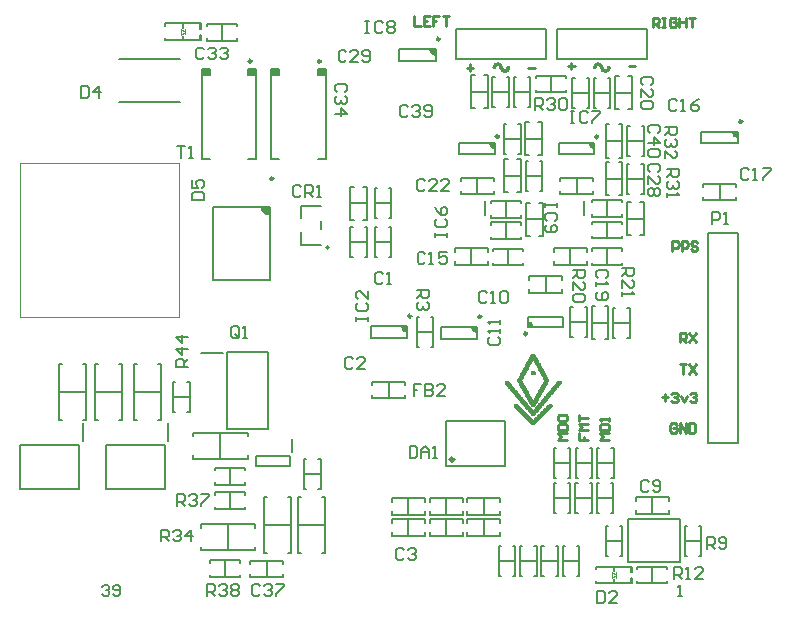
<source format=gto>
G04*
G04 #@! TF.GenerationSoftware,Altium Limited,Altium Designer,20.1.8 (145)*
G04*
G04 Layer_Color=3326705*
%FSLAX44Y44*%
%MOMM*%
G71*
G04*
G04 #@! TF.SameCoordinates,D5C0B3DD-F8AF-49D1-A0DA-DDDA0C0BEC7C*
G04*
G04*
G04 #@! TF.FilePolarity,Positive*
G04*
G01*
G75*
%ADD10C,0.2500*%
%ADD11C,0.2000*%
%ADD12C,0.3000*%
%ADD13C,0.1524*%
%ADD14C,0.1000*%
%ADD15C,0.0508*%
%ADD16C,0.1500*%
%ADD17C,0.2540*%
%ADD18C,0.1800*%
%ADD19R,0.6750X0.5500*%
G36*
X1106463Y632072D02*
Y627072D01*
X1104963D01*
X1101963Y630072D01*
Y632072D01*
X1106463D01*
D02*
G37*
G36*
X1165887Y631568D02*
Y626568D01*
X1164387D01*
X1161387Y629568D01*
Y631568D01*
X1165887D01*
D02*
G37*
G36*
X990600Y733310D02*
Y726440D01*
X986790D01*
X982980Y730250D01*
Y733310D01*
X990600D01*
D02*
G37*
G36*
X1130560Y866640D02*
Y861640D01*
X1129060D01*
X1126060Y864640D01*
Y866640D01*
X1130560D01*
D02*
G37*
G36*
X1208740Y631190D02*
Y635690D01*
X1209740D01*
X1212740Y632690D01*
Y631190D01*
X1208740D01*
D02*
G37*
G36*
X1180756Y786958D02*
Y782458D01*
X1179756D01*
X1176756Y785458D01*
Y786958D01*
X1180756D01*
D02*
G37*
G36*
X1264922D02*
Y782458D01*
X1263922D01*
X1260922Y785458D01*
Y786958D01*
X1264922D01*
D02*
G37*
G36*
X1386560Y796790D02*
Y791790D01*
X1385060D01*
X1382060Y794790D01*
Y796790D01*
X1386560D01*
D02*
G37*
D10*
X1268172Y792458D02*
G03*
X1268172Y792458I-1250J0D01*
G01*
X1134060Y875140D02*
G03*
X1134060Y875140I-1250J0D01*
G01*
X1207990Y625690D02*
G03*
X1207990Y625690I-1250J0D01*
G01*
X1390060Y805290D02*
G03*
X1390060Y805290I-1250J0D01*
G01*
X1169387Y640068D02*
G03*
X1169387Y640068I-1250J0D01*
G01*
X1109963Y640572D02*
G03*
X1109963Y640572I-1250J0D01*
G01*
X1184006Y792458D02*
G03*
X1184006Y792458I-1250J0D01*
G01*
X974885Y856393D02*
G03*
X974885Y856393I-1250J0D01*
G01*
X1033365D02*
G03*
X1033365Y856393I-1250J0D01*
G01*
X993120Y756920D02*
G03*
X993120Y756920I-1250J0D01*
G01*
D11*
X1260922Y786458D02*
G03*
X1264922Y782458I4000J0D01*
G01*
X1126060Y866140D02*
G03*
X1130560Y861640I4500J0D01*
G01*
X1212740Y631690D02*
G03*
X1208740Y635690I-4000J0D01*
G01*
X1382060Y796290D02*
G03*
X1386560Y791790I4500J0D01*
G01*
X1161387Y631068D02*
G03*
X1165887Y626568I4500J0D01*
G01*
X1101963Y631572D02*
G03*
X1106463Y627072I4500J0D01*
G01*
X1176756Y786458D02*
G03*
X1180756Y782458I4000J0D01*
G01*
X982980Y733310D02*
G03*
X989850Y726440I6870J0D01*
G01*
X1386840Y533400D02*
Y711200D01*
X1361440D02*
X1386840D01*
X1361440Y533400D02*
Y711200D01*
Y533400D02*
X1386840D01*
X1264922Y777958D02*
Y786958D01*
X1234922Y777958D02*
Y786958D01*
X1264922D01*
X1234922Y777958D02*
X1264922D01*
X1260922Y786458D02*
Y786958D01*
X1126060Y866140D02*
Y866640D01*
X1130560Y856640D02*
Y866640D01*
X1099560Y856640D02*
Y866640D01*
X1130560D01*
X1099560Y856640D02*
X1130560D01*
X1208740Y631190D02*
Y640190D01*
X1238740Y631190D02*
Y640190D01*
X1208740Y631190D02*
X1238740D01*
X1208740Y640190D02*
X1238740D01*
X1212740Y631190D02*
Y631690D01*
X1176756Y786458D02*
Y786958D01*
X1150756Y777958D02*
X1180756D01*
X1150756Y786958D02*
X1180756D01*
X1150756Y777958D02*
Y786958D01*
X1180756Y777958D02*
Y786958D01*
X1172322Y725873D02*
Y737873D01*
X1355560Y786790D02*
X1386560D01*
X1355560Y796790D02*
X1386560D01*
X1355560Y786790D02*
Y796790D01*
X1386560Y786790D02*
Y796790D01*
X1382060Y796290D02*
Y796790D01*
X1256422Y725873D02*
Y737873D01*
X1037365Y773893D02*
Y849893D01*
X991366Y773893D02*
Y849893D01*
X1030615D02*
X1037365D01*
X1030615Y773893D02*
X1037365D01*
X991366Y849893D02*
X998115D01*
X991366Y773893D02*
X998115D01*
Y844392D02*
Y849893D01*
X991366Y844392D02*
X998115D01*
X1030615D02*
X1037365D01*
X1030615D02*
Y849893D01*
X1309372Y858520D02*
Y883920D01*
X1233172Y858520D02*
X1309372D01*
X1233172D02*
Y883920D01*
X1309372D01*
X1223928Y858520D02*
Y883920D01*
X1147728Y858520D02*
X1223928D01*
X1147728D02*
Y883920D01*
X1223928D01*
X1134887Y621568D02*
X1165887D01*
X1134887Y631568D02*
X1165887D01*
X1134887Y621568D02*
Y631568D01*
X1165887Y621568D02*
Y631568D01*
X1161387Y631068D02*
Y631568D01*
X1337079Y432754D02*
Y468754D01*
X1293079D02*
X1337079D01*
X1293079Y432754D02*
Y468754D01*
Y432754D02*
X1337079D01*
X1101963Y631572D02*
Y632072D01*
X1106463Y622072D02*
Y632072D01*
X1075463Y622072D02*
Y632072D01*
X1106463D01*
X1075463Y622072D02*
X1106463D01*
X931550Y609100D02*
X950550D01*
X954050Y545350D02*
Y610350D01*
Y545350D02*
X989050D01*
Y610350D01*
X954050D02*
X989050D01*
X925334Y538860D02*
Y541860D01*
X971334D01*
Y538860D02*
Y541860D01*
Y519860D02*
Y522860D01*
X925334Y519860D02*
X971334D01*
X925334D02*
Y522860D01*
X948334Y519860D02*
Y541860D01*
X1008890Y525910D02*
Y536410D01*
X978640Y522410D02*
X1007640D01*
X978640Y513910D02*
Y522410D01*
Y513910D02*
X1007640D01*
Y522410D01*
X978885Y773893D02*
Y849893D01*
X932885Y773893D02*
Y849893D01*
X972135D02*
X978885D01*
X972135Y773893D02*
X978885D01*
X932885Y849893D02*
X939635D01*
X932885Y773893D02*
X939635D01*
Y844392D02*
Y849893D01*
X932885Y844392D02*
X939635D01*
X972135D02*
X978885D01*
X972135D02*
Y849893D01*
X978040Y442293D02*
Y445293D01*
X932040Y442293D02*
X978040D01*
X932040D02*
Y445293D01*
Y461293D02*
Y464293D01*
X978040D01*
Y461293D02*
Y464293D01*
X955040Y442293D02*
Y464293D01*
X862098Y822122D02*
X913898D01*
X862098Y858163D02*
X913898D01*
X942340Y671310D02*
Y733310D01*
X990600Y671310D02*
Y733310D01*
X942340Y671310D02*
X990600D01*
X942340Y733310D02*
X990600D01*
X904300Y535080D02*
Y550080D01*
X851300Y531580D02*
X901300D01*
X851300Y494580D02*
Y531580D01*
Y494580D02*
X901300D01*
Y531580D01*
X828710Y494580D02*
Y531580D01*
X778710Y494580D02*
X828710D01*
X778710D02*
Y531580D01*
X828710D01*
X831710Y535080D02*
Y550080D01*
D12*
X1146022Y519081D02*
G03*
X1146022Y519081I-1500J0D01*
G01*
X1271270Y850900D02*
G03*
X1268270Y853900I-3000J0D01*
G01*
X1271270Y850900D02*
G03*
X1274270Y847900I3000J0D01*
G01*
D02*
G03*
X1277270Y850900I0J3000D01*
G01*
X1268270Y853900D02*
G03*
X1265270Y850900I0J-3000D01*
G01*
X1189180Y847900D02*
G03*
X1192180Y850900I0J3000D01*
G01*
X1186180D02*
G03*
X1189180Y847900I3000J0D01*
G01*
X1186180Y850900D02*
G03*
X1183180Y853900I-3000J0D01*
G01*
X1183180D02*
G03*
X1180180Y850900I0J-3000D01*
G01*
X1186180D02*
Y850900D01*
X1268270Y853900D02*
X1268270D01*
D13*
X1040130Y698500D02*
G03*
X1040130Y698500I-1270J0D01*
G01*
X1016635Y701040D02*
Y711383D01*
X1033145Y714217D02*
Y720883D01*
X1016635Y734060D02*
X1033145D01*
X1016635Y723717D02*
Y734060D01*
Y701040D02*
X1033145D01*
X1336040Y403860D02*
X1339002D01*
X1337521D01*
Y412747D01*
X1336040Y411266D01*
X848360D02*
X849841Y412747D01*
X852804D01*
X854285Y411266D01*
Y409785D01*
X852804Y408304D01*
X851322D01*
X852804D01*
X854285Y406822D01*
Y405341D01*
X852804Y403860D01*
X849841D01*
X848360Y405341D01*
X857247D02*
X858728Y403860D01*
X861691D01*
X863172Y405341D01*
Y411266D01*
X861691Y412747D01*
X858728D01*
X857247Y411266D01*
Y409785D01*
X858728Y408304D01*
X863172D01*
D14*
X896276Y599184D02*
G03*
X896276Y600184I0J500D01*
G01*
D02*
G03*
X896276Y599184I0J-500D01*
G01*
D02*
G03*
X896276Y600184I0J500D01*
G01*
X915190Y878880D02*
X918690Y881380D01*
X915190Y878880D02*
Y881380D01*
X918690Y879130D02*
Y881380D01*
Y883630D01*
X915190Y881380D02*
Y883880D01*
X918690Y881380D01*
X1280036Y423961D02*
X1283536Y421461D01*
X1280036D02*
Y423961D01*
X1283536Y421461D02*
Y423712D01*
Y419212D02*
Y421461D01*
X1280036Y418961D02*
Y421461D01*
Y418961D02*
X1283536Y421461D01*
X778976Y640184D02*
X913576D01*
Y770184D01*
X778976D02*
X913576D01*
X778976Y640184D02*
Y770184D01*
D15*
X1200404Y560578D02*
X1204976D01*
X1199896Y561086D02*
X1204468D01*
X1199388Y561594D02*
X1203960D01*
X1198880Y562102D02*
X1203452D01*
X1198372Y562610D02*
X1202944D01*
X1197864Y563118D02*
X1202436D01*
X1197356Y563626D02*
X1201928D01*
X1196848Y564134D02*
X1201420D01*
X1196848Y564642D02*
X1200912D01*
X1196848Y565150D02*
X1200404D01*
X1196848Y565658D02*
X1199896D01*
X1197356Y566166D02*
X1199388D01*
X1200912Y569722D02*
X1204976D01*
X1200404Y570230D02*
X1204976D01*
X1200404Y570738D02*
X1204468D01*
X1199896Y571246D02*
X1203960D01*
X1199388Y571754D02*
X1203452D01*
X1198880Y572262D02*
X1202944D01*
X1198372Y572770D02*
X1202436D01*
X1197864Y573278D02*
X1202436D01*
X1197864Y573786D02*
X1201928D01*
X1197356Y574294D02*
X1201420D01*
X1196848Y574802D02*
X1200912D01*
X1196340Y575310D02*
X1200404D01*
X1195832Y575818D02*
X1199896D01*
X1195324Y576326D02*
X1199896D01*
X1195324Y576834D02*
X1199388D01*
X1194816Y577342D02*
X1198880D01*
X1194308Y577850D02*
X1198372D01*
X1193800Y578358D02*
X1197864D01*
X1193292Y578866D02*
X1197356D01*
X1192784Y579374D02*
X1197356D01*
X1192276Y579882D02*
X1196848D01*
X1192276Y580390D02*
X1196340D01*
X1191768Y580898D02*
X1195832D01*
X1191260Y581406D02*
X1195324D01*
X1190752Y581914D02*
X1194816D01*
X1190244Y582422D02*
X1194816D01*
X1201420Y582930D02*
X1204976D01*
X1189736D02*
X1194308D01*
X1200912Y583438D02*
X1204468D01*
X1189736D02*
X1193800D01*
X1200912Y583946D02*
X1204468D01*
X1189228D02*
X1193292D01*
X1200404Y584454D02*
X1203960D01*
X1189228D02*
X1192784D01*
X1200404Y584962D02*
X1203960D01*
X1189228D02*
X1192276D01*
X1199896Y585470D02*
X1203452D01*
X1189228D02*
X1191768D01*
X1199896Y585978D02*
X1203452D01*
X1189736D02*
X1191768D01*
X1199896Y586486D02*
X1202944D01*
X1199896Y586994D02*
X1203452D01*
X1199896Y587502D02*
X1203452D01*
X1200404Y588010D02*
X1203960D01*
X1200404Y588518D02*
X1204468D01*
X1200912Y589026D02*
X1204468D01*
X1201420Y590042D02*
X1204976D01*
X1211580Y549402D02*
X1214120D01*
X1211072Y549910D02*
X1214628D01*
X1210564Y550418D02*
X1215136D01*
X1210056Y550926D02*
X1215644D01*
X1209548Y551434D02*
X1216152D01*
X1209040Y551942D02*
X1216660D01*
X1208532Y552450D02*
X1217168D01*
X1213104Y552958D02*
X1217676D01*
X1208024D02*
X1212596D01*
X1213612Y553466D02*
X1218184D01*
X1207516D02*
X1212088D01*
X1214120Y553974D02*
X1218692D01*
X1207008D02*
X1211580D01*
X1214628Y554482D02*
X1219200D01*
X1206500D02*
X1211072D01*
X1215136Y554990D02*
X1219708D01*
X1205992D02*
X1210564D01*
X1215644Y555498D02*
X1220216D01*
X1216152Y556006D02*
X1220724D01*
X1216660Y556514D02*
X1221232D01*
X1217168Y557022D02*
X1221740D01*
X1211580D02*
X1214120D01*
X1217676Y557530D02*
X1222248D01*
X1211072D02*
X1214120D01*
X1218184Y558038D02*
X1222756D01*
X1211072D02*
X1214628D01*
X1218692Y558546D02*
X1223264D01*
X1210564D02*
X1215136D01*
X1219200Y559054D02*
X1223772D01*
X1210056D02*
X1215644D01*
X1219708Y559562D02*
X1224280D01*
X1209548D02*
X1216152D01*
X1220216Y560070D02*
X1224788D01*
X1209040D02*
X1216660D01*
X1220724Y560578D02*
X1225296D01*
X1208532D02*
X1217168D01*
X1213104Y561086D02*
X1217168D01*
X1208532D02*
X1212596D01*
X1213612Y561594D02*
X1217676D01*
X1208024D02*
X1212088D01*
X1214120Y562102D02*
X1218184D01*
X1207516D02*
X1211580D01*
X1214628Y562610D02*
X1218692D01*
X1207008D02*
X1211072D01*
X1215136Y563118D02*
X1219200D01*
X1206500D02*
X1210564D01*
X1215136Y563626D02*
X1219708D01*
X1205992D02*
X1210564D01*
X1215644Y564134D02*
X1219708D01*
X1212088D02*
X1213612D01*
X1216152Y564642D02*
X1220216D01*
X1211580D02*
X1214120D01*
X1216660Y565150D02*
X1220724D01*
X1211072D02*
X1214628D01*
X1217168Y565658D02*
X1221232D01*
X1211072D02*
X1214628D01*
X1217676Y566166D02*
X1221740D01*
X1210564D02*
X1215136D01*
X1217676Y566674D02*
X1222248D01*
X1210564D02*
X1215136D01*
X1218184Y567182D02*
X1222248D01*
X1210056D02*
X1215644D01*
X1218692Y567690D02*
X1222756D01*
X1210056D02*
X1215644D01*
X1219200Y568198D02*
X1223264D01*
X1209548D02*
X1216152D01*
X1219708Y568706D02*
X1223772D01*
X1209040D02*
X1216152D01*
X1220216Y569722D02*
X1224788D01*
X1213104D02*
X1217168D01*
X1208532D02*
X1212596D01*
X1220724Y570230D02*
X1224788D01*
X1213612D02*
X1217168D01*
X1208532D02*
X1212088D01*
X1221232Y570738D02*
X1225296D01*
X1214120D02*
X1217676D01*
X1208024D02*
X1211580D01*
X1214120Y571246D02*
X1217676D01*
X1208024D02*
X1211580D01*
X1214628Y571754D02*
X1218184D01*
X1207516D02*
X1211072D01*
X1214628Y572262D02*
X1218184D01*
X1207516D02*
X1211072D01*
X1215136Y572770D02*
X1218692D01*
X1207008D02*
X1210564D01*
X1215136Y573278D02*
X1218692D01*
X1206500D02*
X1210564D01*
X1215644Y573786D02*
X1219200D01*
X1206500D02*
X1210056D01*
X1215644Y574294D02*
X1219708D01*
X1205992D02*
X1209548D01*
X1216152Y574802D02*
X1219708D01*
X1205992D02*
X1209548D01*
X1216660Y575310D02*
X1220216D01*
X1216660Y575818D02*
X1220216D01*
X1217168Y576326D02*
X1220724D01*
X1217168Y576834D02*
X1220724D01*
X1217676Y577342D02*
X1221232D01*
X1217676Y577850D02*
X1221232D01*
X1218184Y578358D02*
X1221740D01*
X1218184Y578866D02*
X1222248D01*
X1218692Y579374D02*
X1222248D01*
X1219200Y579882D02*
X1222756D01*
X1219200Y580390D02*
X1222756D01*
X1219708Y580898D02*
X1223264D01*
X1219708Y581406D02*
X1223264D01*
X1220216Y581914D02*
X1223772D01*
X1220216Y582422D02*
X1223772D01*
X1220724Y582930D02*
X1224280D01*
X1220724Y583438D02*
X1224788D01*
X1221232Y583946D02*
X1224788D01*
X1221740Y584454D02*
X1225296D01*
X1221740Y584962D02*
X1225296D01*
X1221740Y588010D02*
X1225296D01*
X1221232Y588518D02*
X1224788D01*
X1221232Y589026D02*
X1224788D01*
X1220724Y590042D02*
X1224280D01*
X1220216Y590550D02*
X1223772D01*
X1220216Y591058D02*
X1223772D01*
X1219708Y591566D02*
X1223264D01*
X1211072D02*
X1214628D01*
X1219708Y592074D02*
X1223264D01*
X1211072D02*
X1214628D01*
X1219200Y592582D02*
X1222756D01*
X1211072D02*
X1214628D01*
X1218692Y593090D02*
X1222756D01*
X1211072D02*
X1214628D01*
X1218692Y593598D02*
X1222248D01*
X1211072D02*
X1214628D01*
X1218184Y594106D02*
X1222248D01*
X1211580D02*
X1214120D01*
X1218184Y594614D02*
X1221740D01*
X1217676Y595122D02*
X1221232D01*
X1217676Y595630D02*
X1221232D01*
X1217168Y596138D02*
X1220724D01*
X1217168Y596646D02*
X1220724D01*
X1216660Y597154D02*
X1220216D01*
X1216660Y597662D02*
X1220216D01*
X1216152Y598170D02*
X1219708D01*
X1205992D02*
X1209548D01*
X1216152Y598678D02*
X1219708D01*
X1205992D02*
X1209548D01*
X1215644Y599186D02*
X1219200D01*
X1206500D02*
X1210056D01*
X1215136Y599694D02*
X1219200D01*
X1206500D02*
X1210056D01*
X1215136Y600202D02*
X1218692D01*
X1207008D02*
X1210564D01*
X1214628Y600710D02*
X1218692D01*
X1207008D02*
X1210564D01*
X1214628Y601218D02*
X1218184D01*
X1207516D02*
X1211072D01*
X1214120Y601726D02*
X1217676D01*
X1207516D02*
X1211580D01*
X1214120Y602234D02*
X1217676D01*
X1208024D02*
X1211580D01*
X1213612Y602742D02*
X1217168D01*
X1208532D02*
X1212088D01*
X1213612Y603250D02*
X1217168D01*
X1208532D02*
X1212088D01*
X1213104Y603758D02*
X1216660D01*
X1209040D02*
X1212596D01*
X1213104Y604266D02*
X1216660D01*
X1209040D02*
X1212596D01*
X1209548Y604774D02*
X1216152D01*
X1209548Y605282D02*
X1216152D01*
X1210056Y605790D02*
X1215644D01*
X1210056Y606298D02*
X1215644D01*
X1210564Y606806D02*
X1215136D01*
X1210564Y607314D02*
X1215136D01*
X1211072Y607822D02*
X1214628D01*
X1211072Y608330D02*
X1214120D01*
X1211580Y608838D02*
X1214120D01*
X1226312Y566166D02*
X1228344D01*
X1226312Y576834D02*
X1230376D01*
X1226820Y577342D02*
X1230884D01*
X1227328Y577850D02*
X1231392D01*
X1227836Y578358D02*
X1231900D01*
X1228344Y578866D02*
X1232408D01*
X1228344Y579374D02*
X1232916D01*
X1228852Y579882D02*
X1232916D01*
X1229360Y580390D02*
X1233424D01*
X1229868Y580898D02*
X1233932D01*
X1230376Y581406D02*
X1234440D01*
X1230884Y581914D02*
X1234948D01*
X1230884Y582422D02*
X1235456D01*
X1231392Y582930D02*
X1235456D01*
X1231900Y583438D02*
X1235964D01*
X1232408Y583946D02*
X1236472D01*
X1232916Y584454D02*
X1236472D01*
X1233424Y584962D02*
X1236472D01*
X1233424Y585470D02*
X1236472D01*
X1233932Y585978D02*
X1235964D01*
X1201420Y589534D02*
X1204976D01*
X1220216Y569214D02*
X1224280D01*
X1213104D02*
X1216660D01*
X1209040D02*
X1212596D01*
X1220724Y589534D02*
X1224280D01*
X1205484Y555498D02*
X1210056D01*
X1204976Y556006D02*
X1209548D01*
X1204468Y556514D02*
X1209040D01*
X1203960Y557022D02*
X1208532D01*
X1203452Y557530D02*
X1208024D01*
X1202944Y558038D02*
X1207516D01*
X1202436Y558546D02*
X1207008D01*
X1201928Y559054D02*
X1206500D01*
X1201420Y559562D02*
X1205992D01*
X1200912Y560070D02*
X1205484D01*
X1221232Y561086D02*
X1225804D01*
X1221740Y561594D02*
X1226312D01*
X1222248Y562102D02*
X1226820D01*
X1222756Y562610D02*
X1227328D01*
X1223264Y563118D02*
X1227836D01*
X1223772Y563626D02*
X1228344D01*
X1224280Y564134D02*
X1228852D01*
X1205484D02*
X1210056D01*
X1224788Y564642D02*
X1228852D01*
X1205484D02*
X1209548D01*
X1225296Y565150D02*
X1228852D01*
X1204976D02*
X1209040D01*
X1225804Y565658D02*
X1228852D01*
X1204468D02*
X1208532D01*
X1203960Y566166D02*
X1208024D01*
X1203452Y566674D02*
X1208024D01*
X1202944Y567182D02*
X1207516D01*
X1202944Y567690D02*
X1207008D01*
X1202436Y568198D02*
X1206500D01*
X1201928Y568706D02*
X1205992D01*
X1221740Y571246D02*
X1225804D01*
X1222248Y571754D02*
X1226312D01*
X1222756Y572262D02*
X1226820D01*
X1222756Y572770D02*
X1227328D01*
X1223264Y573278D02*
X1227328D01*
X1223772Y573786D02*
X1227836D01*
X1224280Y574294D02*
X1228344D01*
X1224788Y574802D02*
X1228852D01*
X1225296Y575310D02*
X1229360D01*
X1205484D02*
X1209040D01*
X1225296Y575818D02*
X1229868D01*
X1205484D02*
X1209040D01*
X1225804Y576326D02*
X1230376D01*
X1204976D02*
X1208532D01*
X1204976Y576834D02*
X1208532D01*
X1204468Y577342D02*
X1208024D01*
X1203960Y577850D02*
X1208024D01*
X1203960Y578358D02*
X1207516D01*
X1203452Y578866D02*
X1207008D01*
X1203452Y579374D02*
X1207008D01*
X1202944Y579882D02*
X1206500D01*
X1202944Y580390D02*
X1206500D01*
X1202436Y580898D02*
X1205992D01*
X1202436Y581406D02*
X1205992D01*
X1201928Y581914D02*
X1205484D01*
X1201420Y582422D02*
X1205484D01*
X1222248Y585470D02*
X1225804D01*
X1222248Y585978D02*
X1225804D01*
X1222248Y586486D02*
X1225804D01*
X1222248Y586994D02*
X1225804D01*
X1221740Y587502D02*
X1225804D01*
X1201928Y590550D02*
X1205484D01*
X1201928Y591058D02*
X1205484D01*
X1202436Y591566D02*
X1205992D01*
X1202436Y592074D02*
X1205992D01*
X1202944Y592582D02*
X1206500D01*
X1202944Y593090D02*
X1206500D01*
X1203452Y593598D02*
X1207008D01*
X1203452Y594106D02*
X1207008D01*
X1203960Y594614D02*
X1207516D01*
X1203960Y595122D02*
X1208024D01*
X1204468Y595630D02*
X1208024D01*
X1204976Y596138D02*
X1208532D01*
X1204976Y596646D02*
X1208532D01*
X1205484Y597154D02*
X1209040D01*
X1205484Y597662D02*
X1209040D01*
X1201420Y569214D02*
X1205484D01*
D16*
X908352Y585092D02*
X910272D01*
X908352Y559692D02*
Y585092D01*
Y559692D02*
X910272D01*
X920432D02*
X922352D01*
Y585092D01*
X920432D02*
X922352D01*
X908352Y572392D02*
X922352D01*
X1191823Y683464D02*
Y697464D01*
X1179122Y695544D02*
Y697464D01*
X1204522D01*
Y695544D02*
Y697464D01*
Y683464D02*
Y685384D01*
X1179122Y683464D02*
X1204522D01*
X1179122D02*
Y685384D01*
X1275465Y683880D02*
Y697880D01*
X1262765Y695960D02*
Y697880D01*
X1288165D01*
Y695960D02*
Y697880D01*
Y683880D02*
Y685800D01*
X1262765Y683880D02*
X1288165D01*
X1262765D02*
Y685800D01*
X1244422Y683880D02*
Y697880D01*
X1230422Y694880D02*
Y697880D01*
X1258422D01*
Y694880D02*
Y697880D01*
Y683880D02*
Y686880D01*
X1230422Y683880D02*
X1258422D01*
X1230422D02*
Y686880D01*
X1160780Y683880D02*
Y697880D01*
X1146780Y694880D02*
Y697880D01*
X1174780D01*
Y694880D02*
Y697880D01*
Y683880D02*
Y686880D01*
X1146780Y683880D02*
X1174780D01*
X1146780D02*
Y686880D01*
X1288165Y718588D02*
Y720508D01*
X1262765D02*
X1288165D01*
X1262765Y718588D02*
Y720508D01*
Y706508D02*
Y708428D01*
Y706508D02*
X1288165D01*
Y708428D01*
X1275465Y706508D02*
Y720508D01*
X1274672Y756765D02*
X1288672D01*
X1274672Y742765D02*
X1277672D01*
X1274672D02*
Y770765D01*
X1277672D01*
X1285672D02*
X1288672D01*
Y742765D02*
Y770765D01*
X1285672Y742765D02*
X1288672D01*
X1304862Y744065D02*
X1306782D01*
Y769465D01*
X1304862D02*
X1306782D01*
X1292782D02*
X1294702D01*
X1292782Y744065D02*
Y769465D01*
Y744065D02*
X1294702D01*
X1292782Y756765D02*
X1306782D01*
X1264390Y842226D02*
X1266310D01*
X1264390Y816826D02*
Y842226D01*
Y816826D02*
X1266310D01*
X1276470D02*
X1278390D01*
Y842226D01*
X1276470D02*
X1278390D01*
X1264390Y829526D02*
X1278390D01*
X1258428Y816826D02*
X1260348D01*
Y842226D01*
X1258428D02*
X1260348D01*
X1246347D02*
X1248268D01*
X1246347Y816826D02*
Y842226D01*
Y816826D02*
X1248268D01*
X1246347Y829526D02*
X1260348D01*
X1215598Y830146D02*
Y832066D01*
Y830146D02*
X1240997D01*
Y832066D01*
Y842226D02*
Y844146D01*
X1215598D02*
X1240997D01*
X1215598Y842226D02*
Y844146D01*
X1228298Y830146D02*
Y844146D01*
X1274672Y788808D02*
X1288672D01*
X1285672Y802808D02*
X1288672D01*
Y774808D02*
Y802808D01*
X1285672Y774808D02*
X1288672D01*
X1274672D02*
X1277672D01*
X1274672D02*
Y802808D01*
X1277672D01*
X1282436Y829526D02*
X1296436D01*
X1282436Y815526D02*
X1285436D01*
X1282436D02*
Y843526D01*
X1285436D01*
X1293436D02*
X1296436D01*
Y815526D02*
Y843526D01*
X1293436Y815526D02*
X1296436D01*
X1292945Y801508D02*
X1294865D01*
X1292945Y776108D02*
Y801508D01*
Y776108D02*
X1294865D01*
X1305025D02*
X1306945D01*
Y801508D01*
X1305025D02*
X1306945D01*
X1292945Y788808D02*
X1306945D01*
X1256862Y622670D02*
X1258783D01*
Y648070D01*
X1256862D02*
X1258783D01*
X1244782D02*
X1246702D01*
X1244782Y622670D02*
Y648070D01*
Y622670D02*
X1246702D01*
X1244782Y635370D02*
X1258783D01*
X1237740Y671361D02*
Y674361D01*
X1209740D02*
X1237740D01*
X1209740Y671361D02*
Y674361D01*
Y660361D02*
Y663361D01*
Y660361D02*
X1237740D01*
Y663361D01*
X1223740Y660361D02*
Y674361D01*
X1207041Y759589D02*
X1221041D01*
X1207041Y746889D02*
X1208961D01*
X1207041D02*
Y772289D01*
X1208961D01*
X1219121D02*
X1221041D01*
Y746889D02*
Y772289D01*
X1219121Y746889D02*
X1221041D01*
X1202815Y736079D02*
Y737999D01*
X1177415D02*
X1202815D01*
X1177415Y736079D02*
Y737999D01*
Y723999D02*
Y725919D01*
Y723999D02*
X1202815D01*
Y725919D01*
X1190115Y723999D02*
Y737999D01*
X1207157Y736373D02*
X1210157D01*
X1207157Y708373D02*
Y736373D01*
Y708373D02*
X1210157D01*
X1218157D02*
X1221157D01*
Y736373D01*
X1218157D02*
X1221157D01*
X1207157Y722373D02*
X1221157D01*
X1199549Y745589D02*
X1202549D01*
Y773589D01*
X1199549D02*
X1202549D01*
X1188549D02*
X1191549D01*
X1188549Y745589D02*
Y773589D01*
Y745589D02*
X1191549D01*
X1188549Y759589D02*
X1202549D01*
X1069485Y722243D02*
X1072485D01*
Y750243D01*
X1069485D02*
X1072485D01*
X1058485D02*
X1061485D01*
X1058485Y722243D02*
Y750243D01*
Y722243D02*
X1061485D01*
X1058485Y736243D02*
X1072485D01*
X1208835Y817696D02*
X1210755D01*
Y843096D01*
X1208835D02*
X1210755D01*
X1196755D02*
X1198675D01*
X1196755Y817696D02*
Y843096D01*
Y817696D02*
X1198675D01*
X1196755Y830396D02*
X1210755D01*
X1178712Y843096D02*
X1180632D01*
X1178712Y817696D02*
Y843096D01*
Y817696D02*
X1180632D01*
X1190792D02*
X1192712D01*
Y843096D01*
X1190792D02*
X1192712D01*
X1178712Y830396D02*
X1192712D01*
X1188549Y790632D02*
X1202549D01*
X1200629Y803332D02*
X1202549D01*
Y777932D02*
Y803332D01*
X1200629Y777932D02*
X1202549D01*
X1188549D02*
X1190469D01*
X1188549D02*
Y803332D01*
X1190469D01*
X1206591Y790632D02*
X1220591D01*
X1217591Y804632D02*
X1220591D01*
Y776632D02*
Y804632D01*
X1217591Y776632D02*
X1220591D01*
X1206591D02*
X1209591D01*
X1206591D02*
Y804632D01*
X1209591D01*
X1202815Y718037D02*
Y719957D01*
X1177415D02*
X1202815D01*
X1177415Y718037D02*
Y719957D01*
Y705957D02*
Y707877D01*
Y705957D02*
X1202815D01*
Y707877D01*
X1190115Y705957D02*
Y719957D01*
X1151756Y743915D02*
Y746915D01*
Y743915D02*
X1179756D01*
Y746915D01*
Y754915D02*
Y757915D01*
X1151756D02*
X1179756D01*
X1151756Y754915D02*
Y757915D01*
X1165756Y743915D02*
Y757915D01*
X1288165Y736803D02*
Y738723D01*
X1262765D02*
X1288165D01*
X1262765Y736803D02*
Y738723D01*
Y724723D02*
Y726643D01*
Y724723D02*
X1288165D01*
Y726643D01*
X1275465Y724723D02*
Y738723D01*
X1292782Y722924D02*
X1306782D01*
X1303782Y736924D02*
X1306782D01*
Y708924D02*
Y736924D01*
X1303782Y708924D02*
X1306782D01*
X1292782D02*
X1295782D01*
X1292782D02*
Y736924D01*
X1295782D01*
X1249922Y743915D02*
Y757915D01*
X1235922Y754915D02*
Y757915D01*
X1263922D01*
Y754915D02*
Y757915D01*
Y743915D02*
Y746915D01*
X1235922Y743915D02*
X1263922D01*
X1235922D02*
Y746915D01*
X1171670Y816396D02*
X1174670D01*
Y844396D01*
X1171670D02*
X1174670D01*
X1160670D02*
X1163670D01*
X1160670Y816396D02*
Y844396D01*
Y816396D02*
X1163670D01*
X1160670Y830396D02*
X1174670D01*
X1078999Y735954D02*
X1092999D01*
X1078999Y723254D02*
X1080919D01*
X1078999D02*
Y748654D01*
X1080919D01*
X1091079D02*
X1092999D01*
Y723254D02*
Y748654D01*
X1091079Y723254D02*
X1092999D01*
X1314069Y473046D02*
Y487047D01*
X1300069Y484047D02*
Y487047D01*
X1328069D01*
Y484047D02*
Y487047D01*
Y473046D02*
Y476046D01*
X1300069Y473046D02*
X1328069D01*
X1300069D02*
Y476046D01*
X1267204Y529234D02*
X1269124D01*
X1267204Y503834D02*
Y529234D01*
Y503834D02*
X1269124D01*
X1279284D02*
X1281204D01*
Y529234D01*
X1279284D02*
X1281204D01*
X1267204Y516534D02*
X1281204D01*
X1356994Y738705D02*
Y741705D01*
Y738705D02*
X1384993D01*
Y741705D01*
Y749705D02*
Y752705D01*
X1356994D02*
X1384993D01*
X1356994Y749705D02*
Y752705D01*
X1370993Y738705D02*
Y752705D01*
X1341371Y450170D02*
X1355372D01*
X1341371Y437470D02*
X1343291D01*
X1341371D02*
Y462870D01*
X1343291D01*
X1353452D02*
X1355372D01*
Y437470D02*
Y462870D01*
X1353452Y437470D02*
X1355372D01*
X1125421Y454396D02*
Y457396D01*
Y454396D02*
X1153421D01*
Y457396D01*
Y465396D02*
Y468396D01*
X1125421D02*
X1153421D01*
X1125421Y465396D02*
Y468396D01*
X1139421Y454396D02*
Y468396D01*
X1093379Y472438D02*
Y475438D01*
Y472438D02*
X1121379D01*
Y475438D01*
Y483438D02*
Y486438D01*
X1093379D02*
X1121379D01*
X1093379Y483438D02*
Y486438D01*
X1107379Y472438D02*
Y486438D01*
X1267043Y499191D02*
X1268963D01*
X1267043Y473791D02*
Y499191D01*
Y473791D02*
X1268963D01*
X1279123D02*
X1281043D01*
Y499191D01*
X1279123D02*
X1281043D01*
X1267043Y486491D02*
X1281043D01*
X1249161Y529234D02*
X1251081D01*
X1249161Y503834D02*
Y529234D01*
Y503834D02*
X1251081D01*
X1261241D02*
X1263161D01*
Y529234D01*
X1261241D02*
X1263161D01*
X1249161Y516534D02*
X1263161D01*
X1249001Y486281D02*
X1263001D01*
X1261081Y498981D02*
X1263001D01*
Y473581D02*
Y498981D01*
X1261081Y473581D02*
X1263001D01*
X1249001D02*
X1250921D01*
X1249001D02*
Y498981D01*
X1250921D01*
X1230578Y486491D02*
X1244578D01*
X1242658Y499191D02*
X1244578D01*
Y473791D02*
Y499191D01*
X1242658Y473791D02*
X1244578D01*
X1230578D02*
X1232498D01*
X1230578D02*
Y499191D01*
X1232498D01*
X1230578Y529234D02*
X1232498D01*
X1230578Y503834D02*
Y529234D01*
Y503834D02*
X1232498D01*
X1242658D02*
X1244578D01*
Y529234D01*
X1242658D02*
X1244578D01*
X1230578Y516534D02*
X1244578D01*
X1114505Y627072D02*
X1128505D01*
X1114505Y614372D02*
X1116425D01*
X1114505D02*
Y639772D01*
X1116425D01*
X1126585D02*
X1128505D01*
Y614372D02*
Y639772D01*
X1126585Y614372D02*
X1128505D01*
X1079067Y716130D02*
X1080987D01*
X1079067Y690730D02*
Y716130D01*
Y690730D02*
X1080987D01*
X1091147D02*
X1093067D01*
Y716130D01*
X1091147D02*
X1093067D01*
X1079067Y703430D02*
X1093067D01*
X1139522Y514081D02*
Y552081D01*
X1189522D01*
Y514081D02*
Y552081D01*
X1139522Y514081D02*
X1189522D01*
X1104930Y581850D02*
Y584850D01*
X1076930D02*
X1104930D01*
X1076930Y581850D02*
Y584850D01*
Y570850D02*
Y573850D01*
Y570850D02*
X1104930D01*
Y573850D01*
X1090930Y570850D02*
Y584850D01*
X1058485Y703430D02*
X1072485D01*
X1070565Y716130D02*
X1072485D01*
Y690730D02*
Y716130D01*
X1070565Y690730D02*
X1072485D01*
X1058485D02*
X1060405D01*
X1058485D02*
Y716130D01*
X1060405D01*
X1185464Y465396D02*
Y468396D01*
X1157464D02*
X1185464D01*
X1157464Y465396D02*
Y468396D01*
Y454396D02*
Y457396D01*
Y454396D02*
X1185464D01*
Y457396D01*
X1171464Y454396D02*
Y468396D01*
X1107379Y454396D02*
Y468396D01*
X1093379Y465396D02*
Y468396D01*
X1121379D01*
Y465396D02*
Y468396D01*
Y454396D02*
Y457396D01*
X1093379Y454396D02*
X1121379D01*
X1093379D02*
Y457396D01*
X1171464Y472438D02*
Y486438D01*
X1185464Y472438D02*
Y475438D01*
X1157464Y472438D02*
X1185464D01*
X1157464D02*
Y475438D01*
Y483438D02*
Y486438D01*
X1185464D01*
Y483438D02*
Y486438D01*
X969010Y509990D02*
Y511910D01*
X943610D02*
X969010D01*
X943610Y509990D02*
Y511910D01*
Y497910D02*
Y499830D01*
Y497910D02*
X969010D01*
Y499830D01*
X956310Y497910D02*
Y511910D01*
X1184055Y433253D02*
X1198055D01*
X1184055Y420553D02*
X1185975D01*
X1184055D02*
Y445953D01*
X1185975D01*
X1196135D02*
X1198055D01*
Y420553D02*
Y445953D01*
X1196135Y420553D02*
X1198055D01*
X1019160Y519949D02*
X1021080D01*
X1019160Y494549D02*
Y519949D01*
Y494549D02*
X1021080D01*
X1031240D02*
X1033160D01*
Y519949D01*
X1031240D02*
X1033160D01*
X1019160Y507249D02*
X1033160D01*
X1125421Y472438D02*
Y475438D01*
Y472438D02*
X1153421D01*
Y475438D01*
Y483438D02*
Y486438D01*
X1125421D02*
X1153421D01*
X1125421Y483438D02*
Y486438D01*
X1139421Y472438D02*
Y486438D01*
X1232220Y420553D02*
X1234140D01*
Y445953D01*
X1232220D02*
X1234140D01*
X1220140D02*
X1222060D01*
X1220140Y420553D02*
Y445953D01*
Y420553D02*
X1222060D01*
X1220140Y433253D02*
X1234140D01*
X1214178Y420553D02*
X1216098D01*
Y445953D01*
X1214178D02*
X1216098D01*
X1202098D02*
X1204018D01*
X1202098Y420553D02*
Y445953D01*
Y420553D02*
X1204018D01*
X1202098Y433253D02*
X1216098D01*
X1274786Y462718D02*
X1276706D01*
X1274786Y437318D02*
Y462718D01*
Y437318D02*
X1276706D01*
X1286866D02*
X1288786D01*
Y462718D01*
X1286866D02*
X1288786D01*
X1274786Y450018D02*
X1288786D01*
X1326769Y426541D02*
Y428461D01*
X1301369D02*
X1326769D01*
X1301369Y426541D02*
Y428461D01*
Y414462D02*
Y416381D01*
Y414462D02*
X1326769D01*
Y416381D01*
X1314069Y414462D02*
Y428461D01*
X1280868Y635057D02*
X1294868D01*
X1280868Y622357D02*
X1282788D01*
X1280868D02*
Y647757D01*
X1282788D01*
X1292948D02*
X1294868D01*
Y622357D02*
Y647757D01*
X1292948Y622357D02*
X1294868D01*
X1273825Y621057D02*
X1276825D01*
Y649057D01*
X1273825D02*
X1276825D01*
X1262825D02*
X1265825D01*
X1262825Y621057D02*
Y649057D01*
Y621057D02*
X1265825D01*
X1262825Y635057D02*
X1276825D01*
X916940Y884880D02*
Y888380D01*
Y874380D02*
Y877880D01*
X901700Y874380D02*
Y876300D01*
Y874380D02*
X931940D01*
X930910D02*
Y878840D01*
Y883920D02*
Y888380D01*
X901700D02*
X931940D01*
X901700Y886460D02*
Y888380D01*
X930910Y874380D02*
X932180D01*
Y878840D01*
X930910D02*
X932180D01*
X930910Y888380D02*
X932180D01*
Y883920D02*
Y888380D01*
X930910Y883920D02*
X932180D01*
X943610Y477327D02*
Y479248D01*
Y477327D02*
X969010D01*
Y479248D01*
Y489408D02*
Y491328D01*
X943610D02*
X969010D01*
X943610Y489408D02*
Y491328D01*
X956310Y477327D02*
Y491328D01*
X1281786Y414462D02*
Y417962D01*
X1295756Y424002D02*
X1297026D01*
Y428461D01*
X1295756D02*
X1297026D01*
X1295756Y418922D02*
X1297026D01*
Y414462D02*
Y418922D01*
X1295756Y414462D02*
X1297026D01*
X1281786Y424962D02*
Y428461D01*
X1266546Y426541D02*
Y428461D01*
X1296786D01*
X1295756Y424002D02*
Y428461D01*
Y414462D02*
Y418922D01*
X1266546Y414462D02*
X1295786D01*
X1266546D02*
Y416381D01*
X952077Y419740D02*
Y433740D01*
X939378Y431820D02*
Y433740D01*
X964778D01*
Y431820D02*
Y433740D01*
Y419740D02*
Y421660D01*
X939378Y419740D02*
X964778D01*
X939378D02*
Y421660D01*
X1001781Y430563D02*
Y433563D01*
X973781D02*
X1001781D01*
X973781Y430563D02*
Y433563D01*
Y419563D02*
Y422563D01*
Y419563D02*
X1001781D01*
Y422563D01*
X987781Y419563D02*
Y433563D01*
X831710Y552830D02*
X834210D01*
Y600330D01*
X831710D02*
X834210D01*
X811710D02*
X814210D01*
X811710Y552830D02*
Y600330D01*
Y552830D02*
X814210D01*
X811710Y576580D02*
X834210D01*
X875210D02*
X897710D01*
X875210Y552830D02*
X877710D01*
X875210D02*
Y600330D01*
X877710D01*
X895210D02*
X897710D01*
Y552830D02*
Y600330D01*
X895210Y552830D02*
X897710D01*
X1034467Y440167D02*
X1036967D01*
Y487667D01*
X1034467D02*
X1036967D01*
X1014467D02*
X1016967D01*
X1014467Y440167D02*
Y487667D01*
Y440167D02*
X1016967D01*
X1014467Y463917D02*
X1036967D01*
X1005385Y440167D02*
X1007885D01*
Y487667D01*
X1005385D02*
X1007885D01*
X985385D02*
X987885D01*
X985385Y440167D02*
Y487667D01*
Y440167D02*
X987885D01*
X985385Y463917D02*
X1007885D01*
X962148Y885900D02*
Y887820D01*
X936748D02*
X962148D01*
X936748Y885900D02*
Y887820D01*
Y873820D02*
Y875740D01*
Y873820D02*
X962148D01*
Y875740D01*
X949448Y873820D02*
Y887820D01*
X1250263Y420686D02*
X1252183D01*
Y446086D01*
X1250263D02*
X1252183D01*
X1238183D02*
X1240103D01*
X1238183Y420686D02*
Y446086D01*
Y420686D02*
X1240103D01*
X1238183Y433386D02*
X1252183D01*
X842190Y576580D02*
X864690D01*
X842190Y552830D02*
X844690D01*
X842190D02*
Y600330D01*
X844690D01*
X862190D02*
X864690D01*
Y552830D02*
Y600330D01*
X862190Y552830D02*
X864690D01*
D17*
X1277620Y535940D02*
X1269623D01*
X1272288Y538606D01*
X1269623Y541272D01*
X1277620D01*
X1269623Y543937D02*
X1277620D01*
Y547936D01*
X1276287Y549269D01*
X1270956D01*
X1269623Y547936D01*
Y543937D01*
X1277620Y551935D02*
Y554601D01*
Y553268D01*
X1269623D01*
X1270956Y551935D01*
X1251843Y541272D02*
Y535940D01*
X1255841D01*
Y538606D01*
Y535940D01*
X1259840D01*
Y543937D02*
X1251843D01*
X1254508Y546603D01*
X1251843Y549269D01*
X1259840D01*
X1251843Y551935D02*
Y557266D01*
Y554601D01*
X1259840D01*
X1242060Y535940D02*
X1234063D01*
X1236728Y538606D01*
X1234063Y541272D01*
X1242060D01*
X1234063Y543937D02*
X1242060D01*
Y547936D01*
X1240727Y549269D01*
X1235396D01*
X1234063Y547936D01*
Y543937D01*
X1235396Y551935D02*
X1234063Y553268D01*
Y555934D01*
X1235396Y557266D01*
X1240727D01*
X1242060Y555934D01*
Y553268D01*
X1240727Y551935D01*
X1235396D01*
X1337310Y599817D02*
X1342642D01*
X1339976D01*
Y591820D01*
X1345307Y599817D02*
X1350639Y591820D01*
Y599817D02*
X1345307Y591820D01*
X1337310Y618490D02*
Y626487D01*
X1341309D01*
X1342642Y625154D01*
Y622489D01*
X1341309Y621156D01*
X1337310D01*
X1339976D02*
X1342642Y618490D01*
X1345307Y626487D02*
X1350639Y618490D01*
Y626487D02*
X1345307Y618490D01*
X1334562Y548555D02*
X1333229Y549888D01*
X1330563D01*
X1329230Y548555D01*
Y543224D01*
X1330563Y541891D01*
X1333229D01*
X1334562Y543224D01*
Y545889D01*
X1331896D01*
X1337228Y541891D02*
Y549888D01*
X1342559Y541891D01*
Y549888D01*
X1345225D02*
Y541891D01*
X1349224D01*
X1350557Y543224D01*
Y548555D01*
X1349224Y549888D01*
X1345225D01*
X1322070Y571689D02*
X1327402D01*
X1324736Y574355D02*
Y569023D01*
X1330067Y574355D02*
X1331400Y575687D01*
X1334066D01*
X1335399Y574355D01*
Y573022D01*
X1334066Y571689D01*
X1332733D01*
X1334066D01*
X1335399Y570356D01*
Y569023D01*
X1334066Y567690D01*
X1331400D01*
X1330067Y569023D01*
X1338065Y573022D02*
X1340731Y567690D01*
X1343396Y573022D01*
X1346062Y574355D02*
X1347395Y575687D01*
X1350061D01*
X1351394Y574355D01*
Y573022D01*
X1350061Y571689D01*
X1348728D01*
X1350061D01*
X1351394Y570356D01*
Y569023D01*
X1350061Y567690D01*
X1347395D01*
X1346062Y569023D01*
X1330960Y695960D02*
Y703957D01*
X1334959D01*
X1336292Y702625D01*
Y699959D01*
X1334959Y698626D01*
X1330960D01*
X1338957Y695960D02*
Y703957D01*
X1342956D01*
X1344289Y702625D01*
Y699959D01*
X1342956Y698626D01*
X1338957D01*
X1352286Y702625D02*
X1350954Y703957D01*
X1348288D01*
X1346955Y702625D01*
Y701292D01*
X1348288Y699959D01*
X1350954D01*
X1352286Y698626D01*
Y697293D01*
X1350954Y695960D01*
X1348288D01*
X1346955Y697293D01*
X1314303Y885190D02*
Y893187D01*
X1318302D01*
X1319634Y891854D01*
Y889189D01*
X1318302Y887856D01*
X1314303D01*
X1316969D02*
X1319634Y885190D01*
X1322300Y893187D02*
X1324966D01*
X1323633D01*
Y885190D01*
X1322300D01*
X1324966D01*
X1334296Y891854D02*
X1332964Y893187D01*
X1330298D01*
X1328965Y891854D01*
Y886523D01*
X1330298Y885190D01*
X1332964D01*
X1334296Y886523D01*
Y889189D01*
X1331631D01*
X1336962Y893187D02*
Y885190D01*
Y889189D01*
X1342294D01*
Y893187D01*
Y885190D01*
X1344960Y893187D02*
X1350291D01*
X1347625D01*
Y885190D01*
X1112520Y894457D02*
Y886460D01*
X1117852D01*
X1125849Y894457D02*
X1120517D01*
Y886460D01*
X1125849D01*
X1120517Y890459D02*
X1123183D01*
X1133846Y894457D02*
X1128515D01*
Y890459D01*
X1131181D01*
X1128515D01*
Y886460D01*
X1136512Y894457D02*
X1141844D01*
X1139178D01*
Y886460D01*
X1242939Y852179D02*
X1248270D01*
X1245605Y854844D02*
Y849513D01*
X1294130Y852170D02*
X1299462D01*
X1156970Y851026D02*
X1162302D01*
X1159636Y853692D02*
Y848360D01*
X1209040Y850900D02*
X1214372D01*
D18*
X920668Y597541D02*
X910672D01*
Y602539D01*
X912338Y604206D01*
X915670D01*
X917336Y602539D01*
Y597541D01*
Y600873D02*
X920668Y604206D01*
Y612536D02*
X910672D01*
X915670Y607538D01*
Y614202D01*
X920668Y622533D02*
X910672D01*
X915670Y617534D01*
Y624199D01*
X1364935Y718902D02*
Y728898D01*
X1369934D01*
X1371600Y727232D01*
Y723900D01*
X1369934Y722234D01*
X1364935D01*
X1374932Y718902D02*
X1378264D01*
X1376598D01*
Y728898D01*
X1374932Y727232D01*
X1233088Y736396D02*
Y733064D01*
Y734730D01*
X1223092D01*
Y736396D01*
Y733064D01*
X1231422Y721401D02*
X1233088Y723067D01*
Y726399D01*
X1231422Y728065D01*
X1224758D01*
X1223092Y726399D01*
Y723067D01*
X1224758Y721401D01*
Y718068D02*
X1223092Y716402D01*
Y713070D01*
X1224758Y711404D01*
X1231422D01*
X1233088Y713070D01*
Y716402D01*
X1231422Y718068D01*
X1229756D01*
X1228090Y716402D01*
Y711404D01*
X1130382Y707594D02*
Y710926D01*
Y709260D01*
X1140378D01*
Y707594D01*
Y710926D01*
X1132048Y722589D02*
X1130382Y720923D01*
Y717591D01*
X1132048Y715925D01*
X1138712D01*
X1140378Y717591D01*
Y720923D01*
X1138712Y722589D01*
X1130382Y732586D02*
X1132048Y729254D01*
X1135380Y725921D01*
X1138712D01*
X1140378Y727588D01*
Y730920D01*
X1138712Y732586D01*
X1137046D01*
X1135380Y730920D01*
Y725921D01*
X1324692Y800729D02*
X1334688D01*
Y795731D01*
X1333022Y794064D01*
X1329690D01*
X1328024Y795731D01*
Y800729D01*
Y797397D02*
X1324692Y794064D01*
X1333022Y790732D02*
X1334688Y789066D01*
Y785734D01*
X1333022Y784068D01*
X1331356D01*
X1329690Y785734D01*
Y787400D01*
Y785734D01*
X1328024Y784068D01*
X1326358D01*
X1324692Y785734D01*
Y789066D01*
X1326358Y790732D01*
X1324692Y774071D02*
Y780735D01*
X1331356Y774071D01*
X1333022D01*
X1334688Y775737D01*
Y779069D01*
X1333022Y780735D01*
X1326322Y765100D02*
X1336319D01*
Y760101D01*
X1334653Y758435D01*
X1331320D01*
X1329654Y760101D01*
Y765100D01*
Y761767D02*
X1326322Y758435D01*
X1334653Y755103D02*
X1336319Y753437D01*
Y750104D01*
X1334653Y748438D01*
X1332987D01*
X1331320Y750104D01*
Y751771D01*
Y750104D01*
X1329654Y748438D01*
X1327988D01*
X1326322Y750104D01*
Y753437D01*
X1327988Y755103D01*
X1326322Y745106D02*
Y741774D01*
Y743440D01*
X1336319D01*
X1334653Y745106D01*
X1214761Y815422D02*
Y825418D01*
X1219759D01*
X1221425Y823752D01*
Y820420D01*
X1219759Y818754D01*
X1214761D01*
X1218093D02*
X1221425Y815422D01*
X1224758Y823752D02*
X1226424Y825418D01*
X1229756D01*
X1231422Y823752D01*
Y822086D01*
X1229756Y820420D01*
X1228090D01*
X1229756D01*
X1231422Y818754D01*
Y817088D01*
X1229756Y815422D01*
X1226424D01*
X1224758Y817088D01*
X1234754Y823752D02*
X1236421Y825418D01*
X1239753D01*
X1241419Y823752D01*
Y817088D01*
X1239753Y815422D01*
X1236421D01*
X1234754Y817088D01*
Y823752D01*
X1070814Y890188D02*
X1074146D01*
X1072480D01*
Y880192D01*
X1070814D01*
X1074146D01*
X1085809Y888522D02*
X1084143Y890188D01*
X1080811D01*
X1079145Y888522D01*
Y881858D01*
X1080811Y880192D01*
X1084143D01*
X1085809Y881858D01*
X1089141Y888522D02*
X1090808Y890188D01*
X1094140D01*
X1095806Y888522D01*
Y886856D01*
X1094140Y885190D01*
X1095806Y883524D01*
Y881858D01*
X1094140Y880192D01*
X1090808D01*
X1089141Y881858D01*
Y883524D01*
X1090808Y885190D01*
X1089141Y886856D01*
Y888522D01*
X1090808Y885190D02*
X1094140D01*
X1244804Y813988D02*
X1248136D01*
X1246470D01*
Y803992D01*
X1244804D01*
X1248136D01*
X1259799Y812322D02*
X1258133Y813988D01*
X1254801D01*
X1253135Y812322D01*
Y805658D01*
X1254801Y803992D01*
X1258133D01*
X1259799Y805658D01*
X1263131Y813988D02*
X1269796D01*
Y812322D01*
X1263131Y805658D01*
Y803992D01*
X1319052Y795334D02*
X1320718Y797001D01*
Y800333D01*
X1319052Y801999D01*
X1312388D01*
X1310722Y800333D01*
Y797001D01*
X1312388Y795334D01*
X1310722Y787004D02*
X1320718D01*
X1315720Y792002D01*
Y785338D01*
X1319052Y782005D02*
X1320718Y780339D01*
Y777007D01*
X1319052Y775341D01*
X1312388D01*
X1310722Y777007D01*
Y780339D01*
X1312388Y782005D01*
X1319052D01*
X1107125Y817402D02*
X1105459Y819068D01*
X1102127D01*
X1100461Y817402D01*
Y810738D01*
X1102127Y809072D01*
X1105459D01*
X1107125Y810738D01*
X1110458Y817402D02*
X1112124Y819068D01*
X1115456D01*
X1117122Y817402D01*
Y815736D01*
X1115456Y814070D01*
X1113790D01*
X1115456D01*
X1117122Y812404D01*
Y810738D01*
X1115456Y809072D01*
X1112124D01*
X1110458Y810738D01*
X1120454D02*
X1122121Y809072D01*
X1125453D01*
X1127119Y810738D01*
Y817402D01*
X1125453Y819068D01*
X1122121D01*
X1120454Y817402D01*
Y815736D01*
X1122121Y814070D01*
X1127119D01*
X1055055Y864392D02*
X1053389Y866058D01*
X1050057D01*
X1048391Y864392D01*
Y857728D01*
X1050057Y856062D01*
X1053389D01*
X1055055Y857728D01*
X1065052Y856062D02*
X1058388D01*
X1065052Y862726D01*
Y864392D01*
X1063386Y866058D01*
X1060054D01*
X1058388Y864392D01*
X1068384Y857728D02*
X1070051Y856062D01*
X1073383D01*
X1075049Y857728D01*
Y864392D01*
X1073383Y866058D01*
X1070051D01*
X1068384Y864392D01*
Y862726D01*
X1070051Y861060D01*
X1075049D01*
X1319052Y762315D02*
X1320718Y763981D01*
Y767313D01*
X1319052Y768979D01*
X1312388D01*
X1310722Y767313D01*
Y763981D01*
X1312388Y762315D01*
X1310722Y752318D02*
Y758982D01*
X1317386Y752318D01*
X1319052D01*
X1320718Y753984D01*
Y757316D01*
X1319052Y758982D01*
Y748985D02*
X1320718Y747319D01*
Y743987D01*
X1319052Y742321D01*
X1317386D01*
X1315720Y743987D01*
X1314054Y742321D01*
X1312388D01*
X1310722Y743987D01*
Y747319D01*
X1312388Y748985D01*
X1314054D01*
X1315720Y747319D01*
X1317386Y748985D01*
X1319052D01*
X1315720Y747319D02*
Y743987D01*
X1312702Y835975D02*
X1314368Y837641D01*
Y840973D01*
X1312702Y842639D01*
X1306038D01*
X1304372Y840973D01*
Y837641D01*
X1306038Y835975D01*
X1304372Y825978D02*
Y832642D01*
X1311036Y825978D01*
X1312702D01*
X1314368Y827644D01*
Y830976D01*
X1312702Y832642D01*
Y822645D02*
X1314368Y820979D01*
Y817647D01*
X1312702Y815981D01*
X1306038D01*
X1304372Y817647D01*
Y820979D01*
X1306038Y822645D01*
X1312702D01*
X1121928Y692942D02*
X1120262Y694608D01*
X1116930D01*
X1115264Y692942D01*
Y686278D01*
X1116930Y684612D01*
X1120262D01*
X1121928Y686278D01*
X1125261Y684612D02*
X1128593D01*
X1126927D01*
Y694608D01*
X1125261Y692942D01*
X1140256Y694608D02*
X1133592D01*
Y689610D01*
X1136924Y691276D01*
X1138590D01*
X1140256Y689610D01*
Y686278D01*
X1138590Y684612D01*
X1135258D01*
X1133592Y686278D01*
X1108477Y530778D02*
Y520782D01*
X1113475D01*
X1115142Y522448D01*
Y529112D01*
X1113475Y530778D01*
X1108477D01*
X1118474Y520782D02*
Y527446D01*
X1121806Y530778D01*
X1125138Y527446D01*
Y520782D01*
Y525780D01*
X1118474D01*
X1128471Y520782D02*
X1131803D01*
X1130137D01*
Y530778D01*
X1128471Y529112D01*
X1118556Y582848D02*
X1111891D01*
Y577850D01*
X1115223D01*
X1111891D01*
Y572852D01*
X1121888Y582848D02*
Y572852D01*
X1126886D01*
X1128552Y574518D01*
Y576184D01*
X1126886Y577850D01*
X1121888D01*
X1126886D01*
X1128552Y579516D01*
Y581182D01*
X1126886Y582848D01*
X1121888D01*
X1138549Y572852D02*
X1131885D01*
X1138549Y579516D01*
Y581182D01*
X1136883Y582848D01*
X1133551D01*
X1131885Y581182D01*
X1274521Y672785D02*
X1276187Y674452D01*
Y677784D01*
X1274521Y679450D01*
X1267856D01*
X1266190Y677784D01*
Y674452D01*
X1267856Y672785D01*
X1266190Y669453D02*
Y666121D01*
Y667787D01*
X1276187D01*
X1274521Y669453D01*
X1267856Y661123D02*
X1266190Y659456D01*
Y656124D01*
X1267856Y654458D01*
X1274521D01*
X1276187Y656124D01*
Y659456D01*
X1274521Y661123D01*
X1272855D01*
X1271188Y659456D01*
Y654458D01*
X1288789Y681262D02*
X1298786D01*
Y676263D01*
X1297119Y674597D01*
X1293787D01*
X1292121Y676263D01*
Y681262D01*
Y677929D02*
X1288789Y674597D01*
Y664600D02*
Y671265D01*
X1295453Y664600D01*
X1297119D01*
X1298786Y666266D01*
Y669599D01*
X1297119Y671265D01*
X1288789Y661268D02*
Y657936D01*
Y659602D01*
X1298786D01*
X1297119Y661268D01*
X1115142Y662381D02*
X1125138D01*
Y657382D01*
X1123472Y655716D01*
X1120140D01*
X1118474Y657382D01*
Y662381D01*
Y659048D02*
X1115142Y655716D01*
X1123472Y652384D02*
X1125138Y650718D01*
Y647385D01*
X1123472Y645719D01*
X1121806D01*
X1120140Y647385D01*
Y649052D01*
Y647385D01*
X1118474Y645719D01*
X1116808D01*
X1115142Y647385D01*
Y650718D01*
X1116808Y652384D01*
X1086164Y676351D02*
X1084498Y678017D01*
X1081166D01*
X1079500Y676351D01*
Y669686D01*
X1081166Y668020D01*
X1084498D01*
X1086164Y669686D01*
X1089497Y668020D02*
X1092829D01*
X1091163D01*
Y678017D01*
X1089497Y676351D01*
X1060764Y603961D02*
X1059098Y605627D01*
X1055766D01*
X1054100Y603961D01*
Y597296D01*
X1055766Y595630D01*
X1059098D01*
X1060764Y597296D01*
X1070761Y595630D02*
X1064097D01*
X1070761Y602295D01*
Y603961D01*
X1069095Y605627D01*
X1065763D01*
X1064097Y603961D01*
X1103944Y442671D02*
X1102278Y444337D01*
X1098946D01*
X1097280Y442671D01*
Y436006D01*
X1098946Y434340D01*
X1102278D01*
X1103944Y436006D01*
X1107277Y442671D02*
X1108943Y444337D01*
X1112275D01*
X1113941Y442671D01*
Y441004D01*
X1112275Y439338D01*
X1110609D01*
X1112275D01*
X1113941Y437672D01*
Y436006D01*
X1112275Y434340D01*
X1108943D01*
X1107277Y436006D01*
X1310954Y499821D02*
X1309288Y501487D01*
X1305956D01*
X1304290Y499821D01*
Y493156D01*
X1305956Y491490D01*
X1309288D01*
X1310954Y493156D01*
X1314287D02*
X1315953Y491490D01*
X1319285D01*
X1320951Y493156D01*
Y499821D01*
X1319285Y501487D01*
X1315953D01*
X1314287Y499821D01*
Y498154D01*
X1315953Y496488D01*
X1320951D01*
X1173794Y659841D02*
X1172128Y661507D01*
X1168796D01*
X1167130Y659841D01*
Y653176D01*
X1168796Y651510D01*
X1172128D01*
X1173794Y653176D01*
X1177127Y651510D02*
X1180459D01*
X1178793D01*
Y661507D01*
X1177127Y659841D01*
X1185457D02*
X1187124Y661507D01*
X1190456D01*
X1192122Y659841D01*
Y653176D01*
X1190456Y651510D01*
X1187124D01*
X1185457Y653176D01*
Y659841D01*
X1176579Y622615D02*
X1174913Y620948D01*
Y617616D01*
X1176579Y615950D01*
X1183244D01*
X1184910Y617616D01*
Y620948D01*
X1183244Y622615D01*
X1184910Y625947D02*
Y629279D01*
Y627613D01*
X1174913D01*
X1176579Y625947D01*
X1184910Y634277D02*
Y637610D01*
Y635944D01*
X1174913D01*
X1176579Y634277D01*
X934462Y866328D02*
X932796Y867994D01*
X929464D01*
X927797Y866328D01*
Y859664D01*
X929464Y857998D01*
X932796D01*
X934462Y859664D01*
X937794Y866328D02*
X939461Y867994D01*
X942793D01*
X944459Y866328D01*
Y864662D01*
X942793Y862996D01*
X941127D01*
X942793D01*
X944459Y861330D01*
Y859664D01*
X942793Y857998D01*
X939461D01*
X937794Y859664D01*
X947791Y866328D02*
X949457Y867994D01*
X952790D01*
X954456Y866328D01*
Y864662D01*
X952790Y862996D01*
X951123D01*
X952790D01*
X954456Y861330D01*
Y859664D01*
X952790Y857998D01*
X949457D01*
X947791Y859664D01*
X1053541Y830266D02*
X1055207Y831932D01*
Y835264D01*
X1053541Y836930D01*
X1046876D01*
X1045210Y835264D01*
Y831932D01*
X1046876Y830266D01*
X1053541Y826933D02*
X1055207Y825267D01*
Y821935D01*
X1053541Y820269D01*
X1051874D01*
X1050208Y821935D01*
Y823601D01*
Y821935D01*
X1048542Y820269D01*
X1046876D01*
X1045210Y821935D01*
Y825267D01*
X1046876Y826933D01*
X1045210Y811938D02*
X1055207D01*
X1050208Y816936D01*
Y810272D01*
X1335085Y822401D02*
X1333418Y824067D01*
X1330086D01*
X1328420Y822401D01*
Y815736D01*
X1330086Y814070D01*
X1333418D01*
X1335085Y815736D01*
X1338417Y814070D02*
X1341749D01*
X1340083D01*
Y824067D01*
X1338417Y822401D01*
X1353412Y824067D02*
X1350080Y822401D01*
X1346747Y819068D01*
Y815736D01*
X1348414Y814070D01*
X1351746D01*
X1353412Y815736D01*
Y817402D01*
X1351746Y819068D01*
X1346747D01*
X1396044Y763981D02*
X1394378Y765647D01*
X1391046D01*
X1389380Y763981D01*
Y757316D01*
X1391046Y755650D01*
X1394378D01*
X1396044Y757316D01*
X1399377Y755650D02*
X1402709D01*
X1401043D01*
Y765647D01*
X1399377Y763981D01*
X1407707Y765647D02*
X1414372D01*
Y763981D01*
X1407707Y757316D01*
Y755650D01*
X1121762Y754677D02*
X1120096Y756343D01*
X1116763D01*
X1115097Y754677D01*
Y748012D01*
X1116763Y746346D01*
X1120096D01*
X1121762Y748012D01*
X1131758Y746346D02*
X1125094D01*
X1131758Y753011D01*
Y754677D01*
X1130092Y756343D01*
X1126760D01*
X1125094Y754677D01*
X1141755Y746346D02*
X1135091D01*
X1141755Y753011D01*
Y754677D01*
X1140089Y756343D01*
X1136757D01*
X1135091Y754677D01*
X1016569Y750011D02*
X1014902Y751677D01*
X1011570D01*
X1009904Y750011D01*
Y743346D01*
X1011570Y741680D01*
X1014902D01*
X1016569Y743346D01*
X1019901Y741680D02*
Y751677D01*
X1024899D01*
X1026565Y750011D01*
Y746678D01*
X1024899Y745012D01*
X1019901D01*
X1023233D02*
X1026565Y741680D01*
X1029898D02*
X1033230D01*
X1031564D01*
Y751677D01*
X1029898Y750011D01*
X1267460Y407507D02*
Y397510D01*
X1272458D01*
X1274125Y399176D01*
Y405841D01*
X1272458Y407507D01*
X1267460D01*
X1284121Y397510D02*
X1277457D01*
X1284121Y404174D01*
Y405841D01*
X1282455Y407507D01*
X1279123D01*
X1277457Y405841D01*
X924723Y739140D02*
X934720D01*
Y744138D01*
X933054Y745805D01*
X926389D01*
X924723Y744138D01*
Y739140D01*
Y755801D02*
Y749137D01*
X929722D01*
X928055Y752469D01*
Y754135D01*
X929722Y755801D01*
X933054D01*
X934720Y754135D01*
Y750803D01*
X933054Y749137D01*
X1063130Y636708D02*
Y640041D01*
Y638374D01*
X1073127D01*
Y636708D01*
Y640041D01*
X1064796Y651703D02*
X1063130Y650037D01*
Y646705D01*
X1064796Y645039D01*
X1071461D01*
X1073127Y646705D01*
Y650037D01*
X1071461Y651703D01*
X1073127Y661700D02*
Y655036D01*
X1066462Y661700D01*
X1064796D01*
X1063130Y660034D01*
Y656702D01*
X1064796Y655036D01*
X1332230Y417830D02*
Y427827D01*
X1337228D01*
X1338895Y426161D01*
Y422828D01*
X1337228Y421162D01*
X1332230D01*
X1335562D02*
X1338895Y417830D01*
X1342227D02*
X1345559D01*
X1343893D01*
Y427827D01*
X1342227Y426161D01*
X1357222Y417830D02*
X1350557D01*
X1357222Y424495D01*
Y426161D01*
X1355556Y427827D01*
X1352224D01*
X1350557Y426161D01*
X898476Y449804D02*
Y459800D01*
X903475D01*
X905141Y458134D01*
Y454802D01*
X903475Y453136D01*
X898476D01*
X901808D02*
X905141Y449804D01*
X908473Y458134D02*
X910139Y459800D01*
X913471D01*
X915137Y458134D01*
Y456468D01*
X913471Y454802D01*
X911805D01*
X913471D01*
X915137Y453136D01*
Y451470D01*
X913471Y449804D01*
X910139D01*
X908473Y451470D01*
X923468Y449804D02*
Y459800D01*
X918470Y454802D01*
X925134D01*
X1247140Y679450D02*
X1257137D01*
Y674452D01*
X1255471Y672785D01*
X1252138D01*
X1250472Y674452D01*
Y679450D01*
Y676118D02*
X1247140Y672785D01*
Y662789D02*
Y669453D01*
X1253804Y662789D01*
X1255471D01*
X1257137Y664455D01*
Y667787D01*
X1255471Y669453D01*
Y659456D02*
X1257137Y657790D01*
Y654458D01*
X1255471Y652792D01*
X1248806D01*
X1247140Y654458D01*
Y657790D01*
X1248806Y659456D01*
X1255471D01*
X911860Y480060D02*
Y490057D01*
X916858D01*
X918524Y488391D01*
Y485058D01*
X916858Y483392D01*
X911860D01*
X915192D02*
X918524Y480060D01*
X921857Y488391D02*
X923523Y490057D01*
X926855D01*
X928521Y488391D01*
Y486725D01*
X926855Y485058D01*
X925189D01*
X926855D01*
X928521Y483392D01*
Y481726D01*
X926855Y480060D01*
X923523D01*
X921857Y481726D01*
X931854Y490057D02*
X938518D01*
Y488391D01*
X931854Y481726D01*
Y480060D01*
X911860Y784697D02*
X918524D01*
X915192D01*
Y774700D01*
X921857D02*
X925189D01*
X923523D01*
Y784697D01*
X921857Y783031D01*
X830580Y835497D02*
Y825500D01*
X835578D01*
X837244Y827166D01*
Y833831D01*
X835578Y835497D01*
X830580D01*
X845575Y825500D02*
Y835497D01*
X840577Y830498D01*
X847241D01*
X964245Y623966D02*
Y630631D01*
X962578Y632297D01*
X959246D01*
X957580Y630631D01*
Y623966D01*
X959246Y622300D01*
X962578D01*
X960912Y625632D02*
X964245Y622300D01*
X962578D02*
X964245Y623966D01*
X967577Y622300D02*
X970909D01*
X969243D01*
Y632297D01*
X967577Y630631D01*
X982025Y412191D02*
X980358Y413857D01*
X977026D01*
X975360Y412191D01*
Y405526D01*
X977026Y403860D01*
X980358D01*
X982025Y405526D01*
X985357Y412191D02*
X987023Y413857D01*
X990355D01*
X992021Y412191D01*
Y410524D01*
X990355Y408858D01*
X988689D01*
X990355D01*
X992021Y407192D01*
Y405526D01*
X990355Y403860D01*
X987023D01*
X985357Y405526D01*
X995354Y413857D02*
X1002018D01*
Y412191D01*
X995354Y405526D01*
Y403860D01*
X937260D02*
Y413857D01*
X942258D01*
X943924Y412191D01*
Y408858D01*
X942258Y407192D01*
X937260D01*
X940592D02*
X943924Y403860D01*
X947257Y412191D02*
X948923Y413857D01*
X952255D01*
X953921Y412191D01*
Y410524D01*
X952255Y408858D01*
X950589D01*
X952255D01*
X953921Y407192D01*
Y405526D01*
X952255Y403860D01*
X948923D01*
X947257Y405526D01*
X957254Y412191D02*
X958920Y413857D01*
X962252D01*
X963918Y412191D01*
Y410524D01*
X962252Y408858D01*
X963918Y407192D01*
Y405526D01*
X962252Y403860D01*
X958920D01*
X957254Y405526D01*
Y407192D01*
X958920Y408858D01*
X957254Y410524D01*
Y412191D01*
X958920Y408858D02*
X962252D01*
X1360170Y443230D02*
Y453227D01*
X1365168D01*
X1366835Y451561D01*
Y448228D01*
X1365168Y446562D01*
X1360170D01*
X1363502D02*
X1366835Y443230D01*
X1370167Y444896D02*
X1371833Y443230D01*
X1375165D01*
X1376831Y444896D01*
Y451561D01*
X1375165Y453227D01*
X1371833D01*
X1370167Y451561D01*
Y449894D01*
X1371833Y448228D01*
X1376831D01*
D19*
X936260Y847142D02*
D03*
X975510D02*
D03*
X994741D02*
D03*
X1033990D02*
D03*
M02*

</source>
